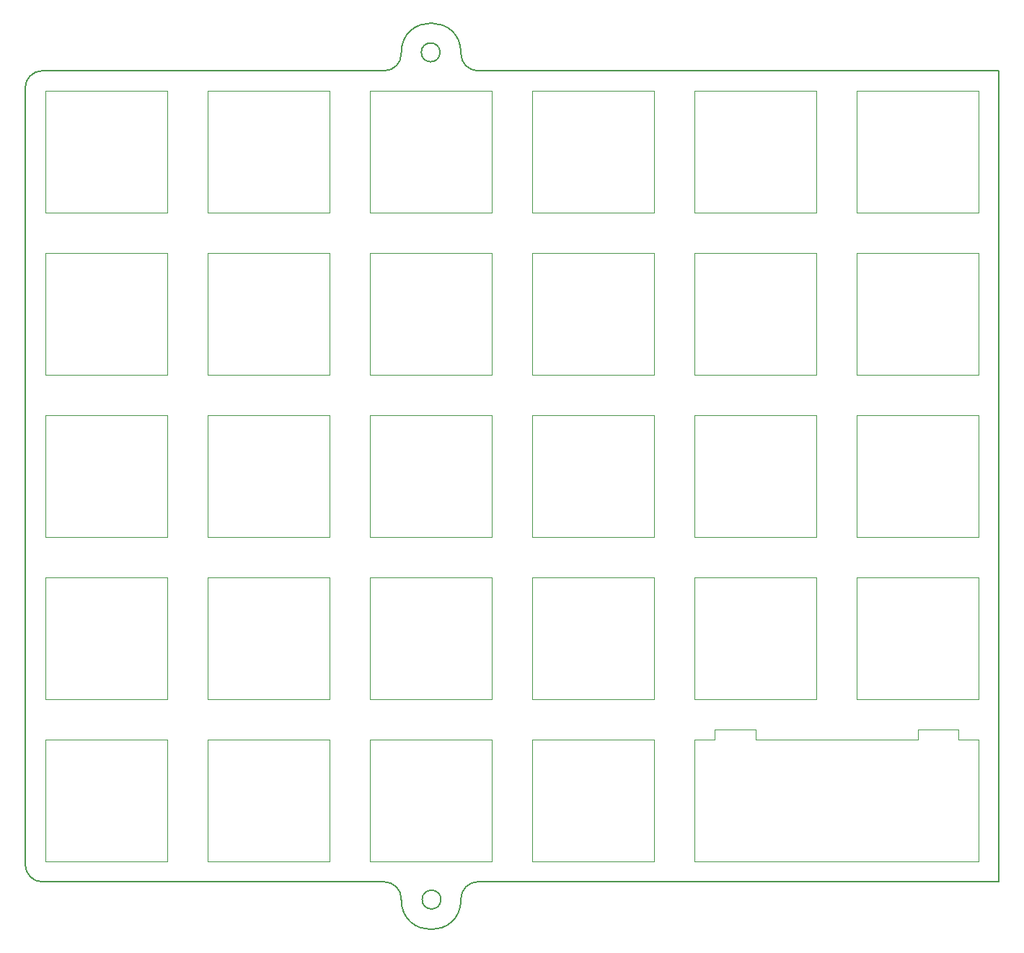
<source format=gm1>
%TF.GenerationSoftware,KiCad,Pcbnew,(6.0.0-0)*%
%TF.CreationDate,2022-01-30T10:49:44+01:00*%
%TF.ProjectId,brutal60-split,62727574-616c-4363-902d-73706c69742e,rev?*%
%TF.SameCoordinates,Original*%
%TF.FileFunction,Profile,NP*%
%FSLAX46Y46*%
G04 Gerber Fmt 4.6, Leading zero omitted, Abs format (unit mm)*
G04 Created by KiCad (PCBNEW (6.0.0-0)) date 2022-01-30 10:49:44*
%MOMM*%
%LPD*%
G01*
G04 APERTURE LIST*
%TA.AperFunction,Profile*%
%ADD10C,0.200000*%
%TD*%
%TA.AperFunction,Profile*%
%ADD11C,0.100000*%
%TD*%
G04 APERTURE END LIST*
D10*
X203258123Y-41229127D02*
X203258123Y-136479252D01*
X131073633Y-136479252D02*
X90922459Y-136479251D01*
X88922459Y-134479252D02*
X88922459Y-43229127D01*
X90922459Y-41229127D02*
G75*
G03*
X88922459Y-43229127I0J-2000000D01*
G01*
X137621843Y-39071175D02*
G75*
G03*
X137621843Y-39071175I-1099999J0D01*
G01*
X137721844Y-138571175D02*
G75*
G03*
X137721844Y-138571175I-1100000J0D01*
G01*
X88922459Y-134479252D02*
G75*
G03*
X90922460Y-136479251I2000000J1D01*
G01*
X133073633Y-138479252D02*
G75*
G03*
X131073632Y-136479251I-2000001J0D01*
G01*
X133073633Y-138579252D02*
X133073633Y-138479252D01*
X133073633Y-138579252D02*
G75*
G03*
X140073633Y-138579252I3500000J0D01*
G01*
X140073633Y-138479252D02*
X140073633Y-138579252D01*
X142073633Y-136479252D02*
G75*
G03*
X140073633Y-138479252I0J-2000000D01*
G01*
X203258123Y-136479252D02*
X142073633Y-136479252D01*
X142051317Y-41229127D02*
X203258123Y-41229127D01*
X140073633Y-39229251D02*
G75*
G03*
X142051317Y-41229126I1999999J0D01*
G01*
X140073633Y-39129252D02*
X140073633Y-39229251D01*
X140073633Y-39129252D02*
G75*
G03*
X133073633Y-39129252I-3500000J0D01*
G01*
X133073633Y-39229252D02*
X133073633Y-39129252D01*
X131095948Y-41229127D02*
G75*
G03*
X133073633Y-39229250I-22316J1999876D01*
G01*
X90922459Y-41229127D02*
X131095948Y-41229127D01*
D11*
X105609041Y-43577248D02*
X91321541Y-43577248D01*
X91321541Y-43577248D02*
X91321541Y-57864748D01*
X143709041Y-62627248D02*
X129421541Y-62627248D01*
X110371541Y-76914748D02*
X124659041Y-76914748D01*
X181809041Y-43577248D02*
X181809041Y-57864748D01*
X181809041Y-57864748D02*
X167521541Y-57864748D01*
X91321541Y-115014748D02*
X105609041Y-115014748D01*
X105609041Y-100727248D02*
X91321541Y-100727248D01*
X148471541Y-57864748D02*
X148471541Y-43577248D01*
X148471541Y-43577248D02*
X162759041Y-43577248D01*
X143709041Y-43577248D02*
X129421541Y-43577248D01*
X129421541Y-43577248D02*
X129421541Y-57864748D01*
X129421541Y-57864748D02*
X143709041Y-57864748D01*
X143709041Y-57864748D02*
X143709041Y-43577248D01*
X124659041Y-43577248D02*
X110371541Y-43577248D01*
X110371541Y-43577248D02*
X110371541Y-57864748D01*
X167521541Y-57864748D02*
X167521541Y-43577248D01*
X167521541Y-43577248D02*
X181809041Y-43577248D01*
X91321541Y-57864748D02*
X105609041Y-57864748D01*
X91321541Y-76914748D02*
X105609041Y-76914748D01*
X110371541Y-57864748D02*
X124659041Y-57864748D01*
X124659041Y-57864748D02*
X124659041Y-43577248D01*
X105609041Y-57864748D02*
X105609041Y-43577248D01*
X200859041Y-134064748D02*
X200859041Y-119777248D01*
X169902677Y-119777356D02*
X167521425Y-119777356D01*
X174665181Y-118586730D02*
X174665181Y-119777356D01*
X198477701Y-118586730D02*
X198477701Y-119777356D01*
X169902677Y-119777356D02*
X169902677Y-118586730D01*
X200859041Y-119777248D02*
X198477701Y-119777356D01*
X193715197Y-119777356D02*
X193715197Y-118586730D01*
X200859041Y-62627248D02*
X186571541Y-62627248D01*
X181809041Y-62627248D02*
X181809041Y-76914748D01*
X186571541Y-76914748D02*
X200859041Y-76914748D01*
X148471541Y-62627248D02*
X162759041Y-62627248D01*
X186571541Y-81677248D02*
X186571541Y-95964748D01*
X129421541Y-62627248D02*
X129421541Y-76914748D01*
X200859041Y-76914748D02*
X200859041Y-62627248D01*
X91321541Y-62627248D02*
X91321541Y-76914748D01*
X91321541Y-95964836D02*
X105609041Y-95964836D01*
X129421541Y-95964748D02*
X143709041Y-95964748D01*
X124659041Y-95964748D02*
X124659041Y-81677248D01*
X200859041Y-43577248D02*
X186571541Y-43577248D01*
X110371541Y-81677248D02*
X110371541Y-95964748D01*
X105609041Y-95964748D02*
X105609041Y-81677248D01*
X105609041Y-76914748D02*
X105609041Y-62627248D01*
X167521541Y-100727248D02*
X181809041Y-100727248D01*
X129421541Y-134064748D02*
X143709041Y-134064748D01*
X110371541Y-115014748D02*
X124659041Y-115014748D01*
X181809041Y-100727248D02*
X181809041Y-115014748D01*
X200859041Y-115014748D02*
X200859041Y-100727248D01*
X162759041Y-100727248D02*
X162759041Y-115014748D01*
X129421541Y-81677248D02*
X129421541Y-95964748D01*
X129421541Y-100727248D02*
X129421541Y-115014748D01*
X181809041Y-95964748D02*
X167521541Y-95964748D01*
X186571541Y-100727248D02*
X186571541Y-115014748D01*
X200859041Y-95964748D02*
X200859041Y-81677248D01*
X129421541Y-115014748D02*
X143709041Y-115014748D01*
X193715197Y-119777356D02*
X174665181Y-119777356D01*
X162759041Y-115014748D02*
X148471541Y-115014748D01*
X110371541Y-119777248D02*
X110371541Y-134064748D01*
X143709041Y-115014748D02*
X143709041Y-100727248D01*
X143709041Y-134064748D02*
X143709041Y-119777248D01*
X124659041Y-115014748D02*
X124659041Y-100727248D01*
X148471541Y-134064748D02*
X148471541Y-119777248D01*
X167521541Y-115014748D02*
X167521541Y-100727248D01*
X162759041Y-134064748D02*
X148471541Y-134064748D01*
X181809041Y-115014748D02*
X167521541Y-115014748D01*
X110371541Y-134064748D02*
X124659041Y-134064748D01*
X148471541Y-100727248D02*
X162759041Y-100727248D01*
X124659041Y-134064748D02*
X124659041Y-119777248D01*
X148471541Y-115014748D02*
X148471541Y-100727248D01*
X148471541Y-95964748D02*
X148471541Y-81677248D01*
X162759041Y-81677248D02*
X162759041Y-95964748D01*
X148471541Y-81677248D02*
X162759041Y-81677248D01*
X124659041Y-100727248D02*
X110371541Y-100727248D01*
X162759041Y-57864748D02*
X148471541Y-57864748D01*
X200859041Y-100727248D02*
X186571541Y-100727248D01*
X143709041Y-100727248D02*
X129421541Y-100727248D01*
X181809041Y-81677248D02*
X181809041Y-95964748D01*
X124659041Y-81677248D02*
X110371541Y-81677248D01*
X162759041Y-43577248D02*
X162759041Y-57864748D01*
X167521541Y-134064748D02*
X167521541Y-119777248D01*
X186571541Y-43577248D02*
X186571541Y-57864748D01*
X186571541Y-57864748D02*
X200859041Y-57864748D01*
X167521541Y-134064748D02*
X200859041Y-134064748D01*
X186571541Y-62627248D02*
X186571541Y-76914748D01*
X167521541Y-62627248D02*
X181809041Y-62627248D01*
X162759041Y-76914748D02*
X148471541Y-76914748D01*
X105609041Y-134064748D02*
X105609041Y-119777248D01*
X162759041Y-119777248D02*
X162759041Y-134064748D01*
X193715197Y-118586730D02*
X198477701Y-118586730D01*
X186571541Y-115014748D02*
X200859041Y-115014748D01*
X110371541Y-100727248D02*
X110371541Y-115014748D01*
X129421541Y-119777248D02*
X129421541Y-134064748D01*
X124659041Y-119777248D02*
X110371541Y-119777248D01*
X143709041Y-119777248D02*
X129421541Y-119777248D01*
X169902677Y-118586730D02*
X174665181Y-118586730D01*
X91321541Y-119777248D02*
X91321541Y-134064748D01*
X105609041Y-119777248D02*
X91321541Y-119777248D01*
X91321541Y-134064748D02*
X105609041Y-134064748D01*
X105609041Y-62627248D02*
X91321541Y-62627248D01*
X91321541Y-81677248D02*
X91321541Y-95964748D01*
X105609041Y-81677248D02*
X91321541Y-81677248D01*
X200859041Y-57864748D02*
X200859041Y-43577248D01*
X162759041Y-62627248D02*
X162759041Y-76914748D01*
X167521541Y-81677248D02*
X181809041Y-81677248D01*
X143709041Y-81677248D02*
X129421541Y-81677248D01*
X148471541Y-76914748D02*
X148471541Y-62627248D01*
X167521541Y-95964748D02*
X167521541Y-81677248D01*
X200859041Y-81677248D02*
X186571541Y-81677248D01*
X143709041Y-95964748D02*
X143709041Y-81677248D01*
X186571541Y-95964748D02*
X200859041Y-95964748D01*
X162759041Y-95964748D02*
X148471541Y-95964748D01*
X167521541Y-76914748D02*
X167521541Y-62627248D01*
X124659041Y-62627248D02*
X110371541Y-62627248D01*
X110371541Y-62627248D02*
X110371541Y-76914748D01*
X105609041Y-115014748D02*
X105609041Y-100727248D01*
X91321541Y-100727248D02*
X91321541Y-115014748D01*
X110371541Y-95964748D02*
X124659041Y-95964748D01*
X143709041Y-76914748D02*
X143709041Y-62627248D01*
X129421541Y-76914748D02*
X143709041Y-76914748D01*
X124659041Y-76914748D02*
X124659041Y-62627248D01*
X181809041Y-76914748D02*
X167521541Y-76914748D01*
X148471541Y-119777248D02*
X162759041Y-119777248D01*
M02*

</source>
